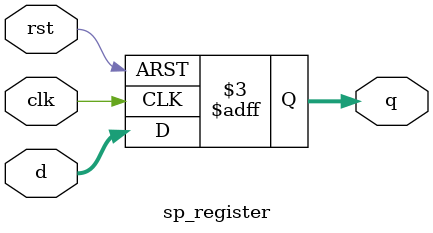
<source format=v>


module sm_register (
    input                 clk,
    input                 rst,
    input      [ 31 : 0 ] d,
    output reg [ 31 : 0 ] q
);
    always @ (posedge clk or negedge rst)
        if(~rst)
            q <= 32'b0;
        else
            q <= d;
endmodule


module sm_register_we (
    input                 clk,
    input                 rst,
    input                 we,
    input      [ 31 : 0 ] d,
    output reg [ 31 : 0 ] q
);
    always @ (posedge clk or negedge rst)
        if(~rst)
            q <= 32'b0;
        else
            if(we) q <= d;
endmodule

// ---ADDED
module sp_register (
    input                 clk,
    input                 rst,
    input      [ 4 : 0 ] d,
    output reg [ 4 : 0 ] q
);
    always @ (posedge clk or negedge rst)
        if(~rst)
            q <= 5'b11111;
        else
            q <= d;
endmodule
</source>
